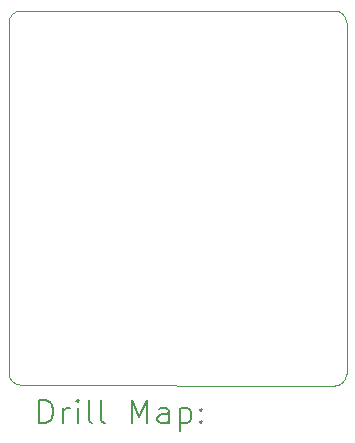
<source format=gbr>
%TF.GenerationSoftware,KiCad,Pcbnew,7.0.6*%
%TF.CreationDate,2024-04-06T15:36:33-04:00*%
%TF.ProjectId,peripheral_io_left_eth,70657269-7068-4657-9261-6c5f696f5f6c,rev?*%
%TF.SameCoordinates,Original*%
%TF.FileFunction,Drillmap*%
%TF.FilePolarity,Positive*%
%FSLAX45Y45*%
G04 Gerber Fmt 4.5, Leading zero omitted, Abs format (unit mm)*
G04 Created by KiCad (PCBNEW 7.0.6) date 2024-04-06 15:36:33*
%MOMM*%
%LPD*%
G01*
G04 APERTURE LIST*
%ADD10C,0.100000*%
%ADD11C,0.200000*%
G04 APERTURE END LIST*
D10*
X19697700Y-5682920D02*
X19697700Y-8657920D01*
X16940200Y-5582920D02*
G75*
G03*
X16840200Y-5682920I0J-100000D01*
G01*
X16940200Y-5582920D02*
X19597700Y-5582920D01*
X19597700Y-8757920D02*
X16940384Y-8750115D01*
X16840200Y-8650116D02*
X16840200Y-5682920D01*
X19697700Y-5682920D02*
G75*
G03*
X19597700Y-5582920I-99990J10D01*
G01*
X19597700Y-8757920D02*
G75*
G03*
X19697700Y-8657920I0J100000D01*
G01*
X16840195Y-8650116D02*
G75*
G03*
X16940384Y-8750115I100006J6D01*
G01*
D11*
X17095977Y-9074404D02*
X17095977Y-8874404D01*
X17095977Y-8874404D02*
X17143596Y-8874404D01*
X17143596Y-8874404D02*
X17172167Y-8883928D01*
X17172167Y-8883928D02*
X17191215Y-8902975D01*
X17191215Y-8902975D02*
X17200739Y-8922023D01*
X17200739Y-8922023D02*
X17210263Y-8960118D01*
X17210263Y-8960118D02*
X17210263Y-8988690D01*
X17210263Y-8988690D02*
X17200739Y-9026785D01*
X17200739Y-9026785D02*
X17191215Y-9045832D01*
X17191215Y-9045832D02*
X17172167Y-9064880D01*
X17172167Y-9064880D02*
X17143596Y-9074404D01*
X17143596Y-9074404D02*
X17095977Y-9074404D01*
X17295977Y-9074404D02*
X17295977Y-8941070D01*
X17295977Y-8979166D02*
X17305501Y-8960118D01*
X17305501Y-8960118D02*
X17315024Y-8950594D01*
X17315024Y-8950594D02*
X17334072Y-8941070D01*
X17334072Y-8941070D02*
X17353120Y-8941070D01*
X17419786Y-9074404D02*
X17419786Y-8941070D01*
X17419786Y-8874404D02*
X17410263Y-8883928D01*
X17410263Y-8883928D02*
X17419786Y-8893451D01*
X17419786Y-8893451D02*
X17429310Y-8883928D01*
X17429310Y-8883928D02*
X17419786Y-8874404D01*
X17419786Y-8874404D02*
X17419786Y-8893451D01*
X17543596Y-9074404D02*
X17524548Y-9064880D01*
X17524548Y-9064880D02*
X17515024Y-9045832D01*
X17515024Y-9045832D02*
X17515024Y-8874404D01*
X17648358Y-9074404D02*
X17629310Y-9064880D01*
X17629310Y-9064880D02*
X17619786Y-9045832D01*
X17619786Y-9045832D02*
X17619786Y-8874404D01*
X17876929Y-9074404D02*
X17876929Y-8874404D01*
X17876929Y-8874404D02*
X17943596Y-9017261D01*
X17943596Y-9017261D02*
X18010263Y-8874404D01*
X18010263Y-8874404D02*
X18010263Y-9074404D01*
X18191215Y-9074404D02*
X18191215Y-8969642D01*
X18191215Y-8969642D02*
X18181691Y-8950594D01*
X18181691Y-8950594D02*
X18162644Y-8941070D01*
X18162644Y-8941070D02*
X18124548Y-8941070D01*
X18124548Y-8941070D02*
X18105501Y-8950594D01*
X18191215Y-9064880D02*
X18172167Y-9074404D01*
X18172167Y-9074404D02*
X18124548Y-9074404D01*
X18124548Y-9074404D02*
X18105501Y-9064880D01*
X18105501Y-9064880D02*
X18095977Y-9045832D01*
X18095977Y-9045832D02*
X18095977Y-9026785D01*
X18095977Y-9026785D02*
X18105501Y-9007737D01*
X18105501Y-9007737D02*
X18124548Y-8998213D01*
X18124548Y-8998213D02*
X18172167Y-8998213D01*
X18172167Y-8998213D02*
X18191215Y-8988690D01*
X18286453Y-8941070D02*
X18286453Y-9141070D01*
X18286453Y-8950594D02*
X18305501Y-8941070D01*
X18305501Y-8941070D02*
X18343596Y-8941070D01*
X18343596Y-8941070D02*
X18362644Y-8950594D01*
X18362644Y-8950594D02*
X18372167Y-8960118D01*
X18372167Y-8960118D02*
X18381691Y-8979166D01*
X18381691Y-8979166D02*
X18381691Y-9036309D01*
X18381691Y-9036309D02*
X18372167Y-9055356D01*
X18372167Y-9055356D02*
X18362644Y-9064880D01*
X18362644Y-9064880D02*
X18343596Y-9074404D01*
X18343596Y-9074404D02*
X18305501Y-9074404D01*
X18305501Y-9074404D02*
X18286453Y-9064880D01*
X18467405Y-9055356D02*
X18476929Y-9064880D01*
X18476929Y-9064880D02*
X18467405Y-9074404D01*
X18467405Y-9074404D02*
X18457882Y-9064880D01*
X18457882Y-9064880D02*
X18467405Y-9055356D01*
X18467405Y-9055356D02*
X18467405Y-9074404D01*
X18467405Y-8950594D02*
X18476929Y-8960118D01*
X18476929Y-8960118D02*
X18467405Y-8969642D01*
X18467405Y-8969642D02*
X18457882Y-8960118D01*
X18457882Y-8960118D02*
X18467405Y-8950594D01*
X18467405Y-8950594D02*
X18467405Y-8969642D01*
M02*

</source>
